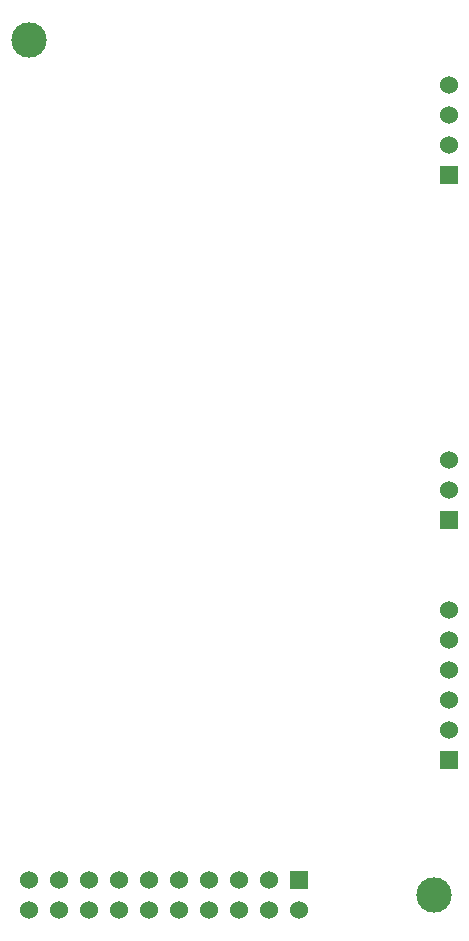
<source format=gbs>
G04 (created by PCBNEW (2013-07-07 BZR 4022)-stable) date 10/7/2013 2:25:56 PM*
%MOIN*%
G04 Gerber Fmt 3.4, Leading zero omitted, Abs format*
%FSLAX34Y34*%
G01*
G70*
G90*
G04 APERTURE LIST*
%ADD10C,0.00590551*%
%ADD11R,0.06X0.06*%
%ADD12C,0.06*%
%ADD13C,0.11811*%
G04 APERTURE END LIST*
G54D10*
G54D11*
X54500Y-45500D03*
G54D12*
X54500Y-44500D03*
X54500Y-43500D03*
X54500Y-42500D03*
G54D11*
X49500Y-69000D03*
G54D12*
X49500Y-70000D03*
X48500Y-69000D03*
X48500Y-70000D03*
X47500Y-69000D03*
X47500Y-70000D03*
X46500Y-69000D03*
X46500Y-70000D03*
X45500Y-69000D03*
X45500Y-70000D03*
X44500Y-69000D03*
X44500Y-70000D03*
X43500Y-69000D03*
X43500Y-70000D03*
X42500Y-69000D03*
X42500Y-70000D03*
X41500Y-69000D03*
X41500Y-70000D03*
X40500Y-69000D03*
X40500Y-70000D03*
G54D11*
X54500Y-57000D03*
G54D12*
X54500Y-56000D03*
X54500Y-55000D03*
G54D11*
X54500Y-65000D03*
G54D12*
X54500Y-64000D03*
X54500Y-63000D03*
X54500Y-62000D03*
X54500Y-61000D03*
X54500Y-60000D03*
G54D13*
X40500Y-41000D03*
X54000Y-69500D03*
M02*

</source>
